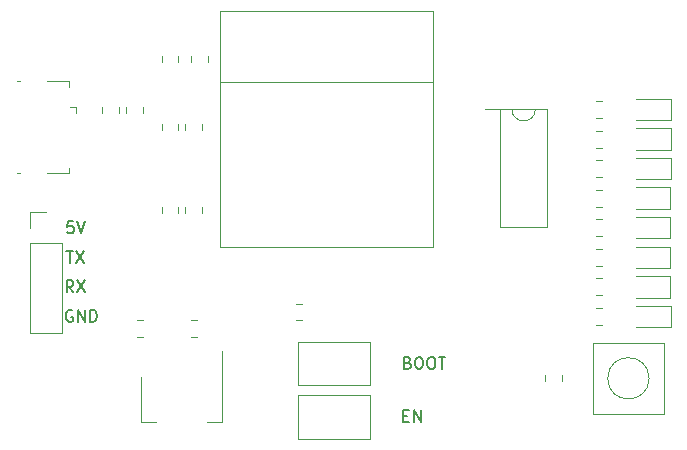
<source format=gbr>
G04 #@! TF.GenerationSoftware,KiCad,Pcbnew,(5.1.6)-1*
G04 #@! TF.CreationDate,2020-08-22T22:27:04+02:00*
G04 #@! TF.ProjectId,PacketVis,5061636b-6574-4566-9973-2e6b69636164,A01*
G04 #@! TF.SameCoordinates,Original*
G04 #@! TF.FileFunction,Legend,Top*
G04 #@! TF.FilePolarity,Positive*
%FSLAX46Y46*%
G04 Gerber Fmt 4.6, Leading zero omitted, Abs format (unit mm)*
G04 Created by KiCad (PCBNEW (5.1.6)-1) date 2020-08-22 22:27:04*
%MOMM*%
%LPD*%
G01*
G04 APERTURE LIST*
%ADD10C,0.150000*%
%ADD11C,0.200000*%
%ADD12C,0.120000*%
G04 APERTURE END LIST*
D10*
X186989523Y-93452380D02*
X186513333Y-93452380D01*
X186465714Y-93928571D01*
X186513333Y-93880952D01*
X186608571Y-93833333D01*
X186846666Y-93833333D01*
X186941904Y-93880952D01*
X186989523Y-93928571D01*
X187037142Y-94023809D01*
X187037142Y-94261904D01*
X186989523Y-94357142D01*
X186941904Y-94404761D01*
X186846666Y-94452380D01*
X186608571Y-94452380D01*
X186513333Y-94404761D01*
X186465714Y-94357142D01*
X187322857Y-93452380D02*
X187656190Y-94452380D01*
X187989523Y-93452380D01*
X186918095Y-101000000D02*
X186822857Y-100952380D01*
X186680000Y-100952380D01*
X186537142Y-101000000D01*
X186441904Y-101095238D01*
X186394285Y-101190476D01*
X186346666Y-101380952D01*
X186346666Y-101523809D01*
X186394285Y-101714285D01*
X186441904Y-101809523D01*
X186537142Y-101904761D01*
X186680000Y-101952380D01*
X186775238Y-101952380D01*
X186918095Y-101904761D01*
X186965714Y-101857142D01*
X186965714Y-101523809D01*
X186775238Y-101523809D01*
X187394285Y-101952380D02*
X187394285Y-100952380D01*
X187965714Y-101952380D01*
X187965714Y-100952380D01*
X188441904Y-101952380D02*
X188441904Y-100952380D01*
X188680000Y-100952380D01*
X188822857Y-101000000D01*
X188918095Y-101095238D01*
X188965714Y-101190476D01*
X189013333Y-101380952D01*
X189013333Y-101523809D01*
X188965714Y-101714285D01*
X188918095Y-101809523D01*
X188822857Y-101904761D01*
X188680000Y-101952380D01*
X188441904Y-101952380D01*
X187013333Y-99452380D02*
X186680000Y-98976190D01*
X186441904Y-99452380D02*
X186441904Y-98452380D01*
X186822857Y-98452380D01*
X186918095Y-98500000D01*
X186965714Y-98547619D01*
X187013333Y-98642857D01*
X187013333Y-98785714D01*
X186965714Y-98880952D01*
X186918095Y-98928571D01*
X186822857Y-98976190D01*
X186441904Y-98976190D01*
X187346666Y-98452380D02*
X188013333Y-99452380D01*
X188013333Y-98452380D02*
X187346666Y-99452380D01*
X186418095Y-95952380D02*
X186989523Y-95952380D01*
X186703809Y-96952380D02*
X186703809Y-95952380D01*
X187227619Y-95952380D02*
X187894285Y-96952380D01*
X187894285Y-95952380D02*
X187227619Y-96952380D01*
D11*
X214941904Y-109928571D02*
X215275238Y-109928571D01*
X215418095Y-110452380D02*
X214941904Y-110452380D01*
X214941904Y-109452380D01*
X215418095Y-109452380D01*
X215846666Y-110452380D02*
X215846666Y-109452380D01*
X216418095Y-110452380D01*
X216418095Y-109452380D01*
X215322857Y-105428571D02*
X215465714Y-105476190D01*
X215513333Y-105523809D01*
X215560952Y-105619047D01*
X215560952Y-105761904D01*
X215513333Y-105857142D01*
X215465714Y-105904761D01*
X215370476Y-105952380D01*
X214989523Y-105952380D01*
X214989523Y-104952380D01*
X215322857Y-104952380D01*
X215418095Y-105000000D01*
X215465714Y-105047619D01*
X215513333Y-105142857D01*
X215513333Y-105238095D01*
X215465714Y-105333333D01*
X215418095Y-105380952D01*
X215322857Y-105428571D01*
X214989523Y-105428571D01*
X216180000Y-104952380D02*
X216370476Y-104952380D01*
X216465714Y-105000000D01*
X216560952Y-105095238D01*
X216608571Y-105285714D01*
X216608571Y-105619047D01*
X216560952Y-105809523D01*
X216465714Y-105904761D01*
X216370476Y-105952380D01*
X216180000Y-105952380D01*
X216084761Y-105904761D01*
X215989523Y-105809523D01*
X215941904Y-105619047D01*
X215941904Y-105285714D01*
X215989523Y-105095238D01*
X216084761Y-105000000D01*
X216180000Y-104952380D01*
X217227619Y-104952380D02*
X217418095Y-104952380D01*
X217513333Y-105000000D01*
X217608571Y-105095238D01*
X217656190Y-105285714D01*
X217656190Y-105619047D01*
X217608571Y-105809523D01*
X217513333Y-105904761D01*
X217418095Y-105952380D01*
X217227619Y-105952380D01*
X217132380Y-105904761D01*
X217037142Y-105809523D01*
X216989523Y-105619047D01*
X216989523Y-105285714D01*
X217037142Y-105095238D01*
X217132380Y-105000000D01*
X217227619Y-104952380D01*
X217941904Y-104952380D02*
X218513333Y-104952380D01*
X218227619Y-105952380D02*
X218227619Y-104952380D01*
D12*
X183350000Y-102950000D02*
X186010000Y-102950000D01*
X183350000Y-95270000D02*
X183350000Y-102950000D01*
X186010000Y-95270000D02*
X186010000Y-102950000D01*
X183350000Y-95270000D02*
X186010000Y-95270000D01*
X183350000Y-94000000D02*
X183350000Y-92670000D01*
X183350000Y-92670000D02*
X184680000Y-92670000D01*
X199430000Y-75650000D02*
X199430000Y-95650000D01*
X199430000Y-95650000D02*
X217430000Y-95650000D01*
X217430000Y-95650000D02*
X217430000Y-75650000D01*
X217430000Y-75650000D02*
X199430000Y-75650000D01*
X199430000Y-81650000D02*
X217430000Y-81650000D01*
X227130000Y-93945000D02*
X223130000Y-93945000D01*
X227130000Y-83945000D02*
X227130000Y-93945000D01*
X223130000Y-83945000D02*
X227130000Y-83945000D01*
X223130000Y-93945000D02*
X223130000Y-83945000D01*
X223130000Y-83945000D02*
X221880000Y-83945000D01*
X226130000Y-83945000D02*
G75*
G02*
X224130000Y-83945000I-1000000J0D01*
G01*
X209080000Y-103650000D02*
X212130000Y-103650000D01*
X212130000Y-107350000D02*
X206030000Y-107350000D01*
X212130000Y-103650000D02*
X212130000Y-107350000D01*
X206030000Y-103650000D02*
X212130000Y-103650000D01*
X206030000Y-107350000D02*
X206030000Y-103650000D01*
X209080000Y-108150000D02*
X212130000Y-108150000D01*
X212130000Y-111850000D02*
X206030000Y-111850000D01*
X212130000Y-108150000D02*
X212130000Y-111850000D01*
X206030000Y-108150000D02*
X212130000Y-108150000D01*
X206030000Y-111850000D02*
X206030000Y-108150000D01*
X237000000Y-109750000D02*
X231000000Y-109750000D01*
X235750000Y-106750000D02*
G75*
G03*
X235750000Y-106750000I-1750000J0D01*
G01*
X231000000Y-109750000D02*
X231000000Y-103750000D01*
X237000000Y-103750000D02*
X237000000Y-109750000D01*
X231000000Y-103750000D02*
X237000000Y-103750000D01*
X190890000Y-83741422D02*
X190890000Y-84258578D01*
X189470000Y-83741422D02*
X189470000Y-84258578D01*
X192770000Y-110410000D02*
X194030000Y-110410000D01*
X199590000Y-110410000D02*
X198330000Y-110410000D01*
X192770000Y-106650000D02*
X192770000Y-110410000D01*
X199590000Y-104400000D02*
X199590000Y-110410000D01*
X194470000Y-92758578D02*
X194470000Y-92241422D01*
X195890000Y-92758578D02*
X195890000Y-92241422D01*
X226970000Y-107008578D02*
X226970000Y-106491422D01*
X228390000Y-107008578D02*
X228390000Y-106491422D01*
X194470000Y-85758578D02*
X194470000Y-85241422D01*
X195890000Y-85758578D02*
X195890000Y-85241422D01*
X197890000Y-92241422D02*
X197890000Y-92758578D01*
X196470000Y-92241422D02*
X196470000Y-92758578D01*
X206388578Y-101840000D02*
X205871422Y-101840000D01*
X206388578Y-100420000D02*
X205871422Y-100420000D01*
X186642500Y-81600000D02*
X186642500Y-82050000D01*
X184792500Y-81600000D02*
X186642500Y-81600000D01*
X182242500Y-89400000D02*
X182492500Y-89400000D01*
X182242500Y-81600000D02*
X182492500Y-81600000D01*
X184792500Y-89400000D02*
X186642500Y-89400000D01*
X186642500Y-89400000D02*
X186642500Y-88950000D01*
X187192500Y-83800000D02*
X187192500Y-84250000D01*
X187192500Y-83800000D02*
X186742500Y-83800000D01*
X196983922Y-101790000D02*
X197501078Y-101790000D01*
X196983922Y-103210000D02*
X197501078Y-103210000D01*
X197890000Y-85241422D02*
X197890000Y-85758578D01*
X196470000Y-85241422D02*
X196470000Y-85758578D01*
X192938578Y-103210000D02*
X192421422Y-103210000D01*
X192938578Y-101790000D02*
X192421422Y-101790000D01*
X192890000Y-83741422D02*
X192890000Y-84258578D01*
X191470000Y-83741422D02*
X191470000Y-84258578D01*
X196970000Y-80008578D02*
X196970000Y-79491422D01*
X198390000Y-80008578D02*
X198390000Y-79491422D01*
X194470000Y-80008578D02*
X194470000Y-79491422D01*
X195890000Y-80008578D02*
X195890000Y-79491422D01*
X231251422Y-100790000D02*
X231768578Y-100790000D01*
X231251422Y-102210000D02*
X231768578Y-102210000D01*
X231251422Y-98290000D02*
X231768578Y-98290000D01*
X231251422Y-99710000D02*
X231768578Y-99710000D01*
X231251422Y-95790000D02*
X231768578Y-95790000D01*
X231251422Y-97210000D02*
X231768578Y-97210000D01*
X231251422Y-93290000D02*
X231768578Y-93290000D01*
X231251422Y-94710000D02*
X231768578Y-94710000D01*
X231251422Y-90790000D02*
X231768578Y-90790000D01*
X231251422Y-92210000D02*
X231768578Y-92210000D01*
X231251422Y-88290000D02*
X231768578Y-88290000D01*
X231251422Y-89710000D02*
X231768578Y-89710000D01*
X231251422Y-85790000D02*
X231768578Y-85790000D01*
X231251422Y-87210000D02*
X231768578Y-87210000D01*
X231251422Y-83290000D02*
X231768578Y-83290000D01*
X231251422Y-84710000D02*
X231768578Y-84710000D01*
X234680000Y-84910000D02*
X237565000Y-84910000D01*
X237565000Y-84910000D02*
X237565000Y-83090000D01*
X237565000Y-83090000D02*
X234680000Y-83090000D01*
X234680000Y-102410000D02*
X237565000Y-102410000D01*
X237565000Y-102410000D02*
X237565000Y-100590000D01*
X237565000Y-100590000D02*
X234680000Y-100590000D01*
X234642500Y-99910000D02*
X237527500Y-99910000D01*
X237527500Y-99910000D02*
X237527500Y-98090000D01*
X237527500Y-98090000D02*
X234642500Y-98090000D01*
X234642500Y-97410000D02*
X237527500Y-97410000D01*
X237527500Y-97410000D02*
X237527500Y-95590000D01*
X237527500Y-95590000D02*
X234642500Y-95590000D01*
X234642500Y-94910000D02*
X237527500Y-94910000D01*
X237527500Y-94910000D02*
X237527500Y-93090000D01*
X237527500Y-93090000D02*
X234642500Y-93090000D01*
X234642500Y-92410000D02*
X237527500Y-92410000D01*
X237527500Y-92410000D02*
X237527500Y-90590000D01*
X237527500Y-90590000D02*
X234642500Y-90590000D01*
X234680000Y-89910000D02*
X237565000Y-89910000D01*
X237565000Y-89910000D02*
X237565000Y-88090000D01*
X237565000Y-88090000D02*
X234680000Y-88090000D01*
X234680000Y-87410000D02*
X237565000Y-87410000D01*
X237565000Y-87410000D02*
X237565000Y-85590000D01*
X237565000Y-85590000D02*
X234680000Y-85590000D01*
M02*

</source>
